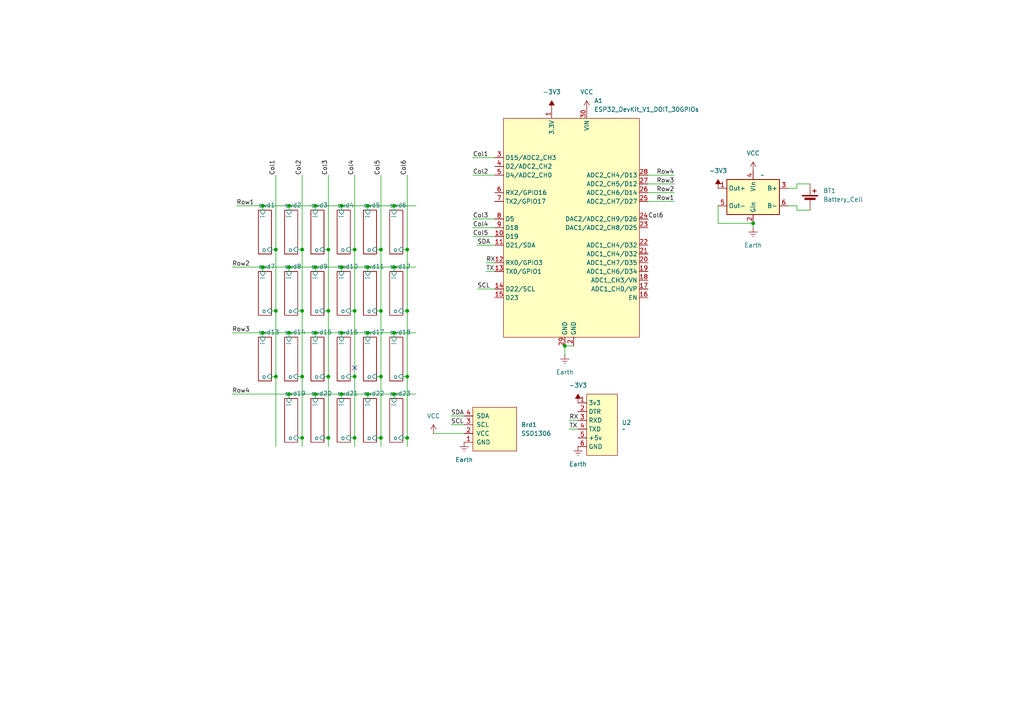
<source format=kicad_sch>
(kicad_sch (version 20250114) (generator "eeschema") (generator_version "9.0")
  (paper "A4")
  (lib_symbols
    (symbol "Device:Battery_Cell" (pin_numbers (hide yes)) (pin_names (offset 0) (hide yes))
      (property "Reference" "BT" (at 2.54 2.54 0))
      (property "Value" "Battery_Cell" (at 2.54 0 0))
      (symbol "Battery_Cell_0_1"
        (rectangle (start -2.286 1.778) (end 2.286 1.524) (fill (type outline)))
        (rectangle (start -1.524 1.016) (end 1.524 0.508) (fill (type outline)))
        (polyline (pts (xy 0 1.778) (xy 0 2.54)))
        (polyline (pts (xy 0 0.762) (xy 0 0)))
        (polyline (pts (xy 0.762 3.048) (xy 1.778 3.048)) (stroke (width 0.254)))
        (polyline (pts (xy 1.27 3.556) (xy 1.27 2.54)) (stroke (width 0.254)))
      )
      (symbol "Battery_Cell_1_1"
        (pin passive line (at 0 5.08 270) (length 2.54) (name "+") (number "1"))
        (pin passive line (at 0 -2.54 90) (length 2.54) (name "-") (number "2"))
      )
    )
    (symbol "Librarie:SSD1306" (pin_names (offset 1.016))
      (property "Reference" "Brd" (at 0 -3.81 0))
      (property "Value" "SSD1306" (at 0 -1.27 0))
      (symbol "SSD1306_0_1"
        (rectangle (start -6.35 6.35) (end 6.35 -6.35) (fill (type background)))
      )
      (symbol "SSD1306_1_1"
        (pin input line (at -3.81 8.89 270) (length 2.54) (name "GND") (number "1"))
        (pin input line (at -1.27 8.89 270) (length 2.54) (name "VCC") (number "2"))
        (pin input line (at 1.27 8.89 270) (length 2.54) (name "SCL") (number "3"))
        (pin input line (at 3.81 8.89 270) (length 2.54) (name "SDA") (number "4"))
      )
    )
    (symbol "Library:CH340C_usb_module"
      (property "Reference" "U" (at 6.35 -1.524 0))
      (symbol "CH340C_usb_module_1_1"
        (rectangle (start -1.27 7.62) (end 7.62 -10.16) (fill (type color) (color 255 255 194 1)))
        (pin input line (at -3.81 5.08 0) (length 2.54) (name "3v3") (number "1"))
        (pin input line (at -3.81 2.54 0) (length 2.54) (name "DTR") (number "2"))
        (pin input line (at -3.81 0 0) (length 2.54) (name "RXD") (number "3"))
        (pin input line (at -3.81 -2.54 0) (length 2.54) (name "TXD") (number "4"))
        (pin input line (at -3.81 -5.08 0) (length 2.54) (name "+5v") (number "5"))
        (pin input line (at -3.81 -7.62 0) (length 2.54) (name "GND") (number "6"))
      )
    )
    (symbol "Library:TP4056_usb_module"
      (symbol "TP4056_usb_module_0_1"
        (rectangle (start -5.08 3.81) (end 10.16 -6.35) (stroke (width 0.254)) (fill (type background)))
      )
      (symbol "TP4056_usb_module_1_1"
        (pin output line (at -7.62 1.27 0) (length 2.54) (name "Out+") (number "1"))
        (pin output line (at -7.62 -3.81 0) (length 2.54) (name "Out-") (number "5"))
        (pin power_in line (at 2.54 6.35 270) (length 2.54) (name "Vin") (number "4"))
        (pin power_in line (at 2.54 -8.89 90) (length 2.54) (name "Gin") (number "2"))
        (pin input line (at 12.7 1.27 180) (length 2.54) (name "B+") (number "3"))
        (pin input line (at 12.7 -3.81 180) (length 2.54) (name "B-") (number "6"))
      )
    )
    (symbol "PCM_SL_Development_Board:ESP32_DevKit_V1_DOIT_30GPIOs"
      (property "Reference" "A" (at -11.43 34.29 0))
      (property "Value" "ESP32_DevKit_V1_DOIT_30GPIOs" (at 2.54 -22.86 0))
      (symbol "ESP32_DevKit_V1_DOIT_30GPIOs_0_1"
        (rectangle (start -19.05 33.02) (end 20.32 -30.48) (fill (type background)))
      )
      (symbol "ESP32_DevKit_V1_DOIT_30GPIOs_1_1"
        (pin bidirectional line (at -21.59 21.59 0) (length 2.54) (name "D15/ADC2_CH3") (number "3"))
        (pin bidirectional line (at -21.59 19.05 0) (length 2.54) (name "D2/ADC2_CH2") (number "4"))
        (pin bidirectional line (at -21.59 16.51 0) (length 2.54) (name "D4/ADC2_CH0") (number "5"))
        (pin bidirectional line (at -21.59 11.43 0) (length 2.54) (name "RX2/GPIO16") (number "6"))
        (pin bidirectional line (at -21.59 8.89 0) (length 2.54) (name "TX2/GPIO17") (number "7"))
        (pin bidirectional line (at -21.59 3.81 0) (length 2.54) (name "D5") (number "8"))
        (pin bidirectional line (at -21.59 1.27 0) (length 2.54) (name "D18") (number "9"))
        (pin bidirectional line (at -21.59 -1.27 0) (length 2.54) (name "D19") (number "10"))
        (pin bidirectional line (at -21.59 -3.81 0) (length 2.54) (name "D21/SDA") (number "11"))
        (pin bidirectional line (at -21.59 -8.89 0) (length 2.54) (name "RX0/GPIO3") (number "12"))
        (pin bidirectional line (at -21.59 -11.43 0) (length 2.54) (name "TX0/GPIO1") (number "13"))
        (pin bidirectional line (at -21.59 -16.51 0) (length 2.54) (name "D22/SCL") (number "14"))
        (pin bidirectional line (at -21.59 -19.05 0) (length 2.54) (name "D23") (number "15"))
        (pin power_in line (at -5.08 35.56 270) (length 2.54) (name "3.3V") (number "1"))
        (pin power_in line (at -1.27 -33.02 90) (length 2.54) (name "GND") (number "29"))
        (pin power_in line (at 1.27 -33.02 90) (length 2.54) (name "GND") (number "2"))
        (pin power_in line (at 5.08 35.56 270) (length 2.54) (name "VIN") (number "30"))
        (pin bidirectional line (at 22.86 16.51 180) (length 2.54) (name "ADC2_CH4/D13") (number "28"))
        (pin bidirectional line (at 22.86 13.97 180) (length 2.54) (name "ADC2_CH5/D12") (number "27"))
        (pin bidirectional line (at 22.86 11.43 180) (length 2.54) (name "ADC2_CH6/D14") (number "26"))
        (pin bidirectional line (at 22.86 8.89 180) (length 2.54) (name "ADC2_CH7/D27") (number "25"))
        (pin bidirectional line (at 22.86 3.81 180) (length 2.54) (name "DAC2/ADC2_CH9/D26") (number "24"))
        (pin bidirectional line (at 22.86 1.27 180) (length 2.54) (name "DAC1/ADC2_CH8/D25") (number "23"))
        (pin bidirectional line (at 22.86 -3.81 180) (length 2.54) (name "ADC1_CH4/D32") (number "22"))
        (pin bidirectional line (at 22.86 -6.35 180) (length 2.54) (name "ADC1_CH4/D32") (number "21"))
        (pin bidirectional line (at 22.86 -8.89 180) (length 2.54) (name "ADC1_CH7/D35") (number "20"))
        (pin bidirectional line (at 22.86 -11.43 180) (length 2.54) (name "ADC1_CH6/D34") (number "19"))
        (pin bidirectional line (at 22.86 -13.97 180) (length 2.54) (name "ADC1_CH3/VN") (number "18"))
        (pin bidirectional line (at 22.86 -16.51 180) (length 2.54) (name "ADC1_CH0/VP") (number "17"))
        (pin bidirectional line (at 22.86 -19.05 180) (length 2.54) (name "EN") (number "16"))
      )
    )
    (symbol "power:-3V3" (power) (pin_numbers (hide yes)) (pin_names (offset 0) (hide yes))
      (property "Value" "-3V3" (at 0 3.556 0))
      (symbol "-3V3_0_0"
        (pin power_in line (at 0 0 90) (length 0) (name "~") (number "1"))
      )
      (symbol "-3V3_0_1"
        (polyline (pts (xy 0 0) (xy 0 1.27) (xy 0.762 1.27) (xy 0 2.54) (xy -0.762 1.27) (xy 0 1.27)) (fill (type outline)))
      )
    )
    (symbol "power:Earth" (power) (pin_numbers (hide yes)) (pin_names (offset 0) (hide yes))
      (property "Value" "Earth" (at 0 -3.81 0))
      (symbol "Earth_0_1"
        (polyline (pts (xy -0.635 -1.905) (xy 0.635 -1.905)))
        (polyline (pts (xy -0.127 -2.54) (xy 0.127 -2.54)))
        (polyline (pts (xy 0 -1.27) (xy 0 0)))
        (polyline (pts (xy 1.27 -1.27) (xy -1.27 -1.27)))
      )
      (symbol "Earth_1_1"
        (pin power_in line (at 0 0 270) (length 0) (name "~") (number "1"))
      )
    )
    (symbol "power:VCC" (power) (pin_numbers (hide yes)) (pin_names (offset 0) (hide yes))
      (property "Value" "VCC" (at 0 3.556 0))
      (symbol "VCC_0_1"
        (polyline (pts (xy -0.762 1.27) (xy 0 2.54)))
        (polyline (pts (xy 0 2.54) (xy 0.762 1.27)))
        (polyline (pts (xy 0 0) (xy 0 2.54)))
      )
      (symbol "VCC_1_1"
        (pin power_in line (at 0 0 90) (length 0) (name "~") (number "1"))
      )
    )
  )
  (junction (at 102.87 127))
  (junction (at 110.49 127))
  (junction (at 95.25 127))
  (junction (at 114.3 114.3))
  (junction (at 87.63 90.17))
  (junction (at 87.63 127))
  (junction (at 118.11 127))
  (junction (at 83.82 114.3))
  (junction (at 106.68 96.52))
  (junction (at 76.2 96.52))
  (junction (at 114.3 77.47))
  (junction (at 99.06 114.3))
  (junction (at 106.68 59.69))
  (junction (at 91.44 59.69))
  (junction (at 99.06 59.69))
  (junction (at 95.25 72.39))
  (junction (at 102.87 72.39))
  (junction (at 99.06 77.47))
  (junction (at 83.82 96.52))
  (junction (at 76.2 77.47))
  (junction (at 80.01 72.39))
  (junction (at 95.25 109.22))
  (junction (at 114.3 96.52))
  (junction (at 106.68 77.47))
  (junction (at 118.11 72.39))
  (junction (at 91.44 77.47))
  (junction (at 110.49 72.39))
  (junction (at 83.82 77.47))
  (junction (at 83.82 59.69))
  (junction (at 118.11 109.22))
  (junction (at 80.01 109.22))
  (junction (at 102.87 109.22))
  (junction (at 95.25 90.17))
  (junction (at 114.3 59.69))
  (junction (at 87.63 109.22))
  (junction (at 110.49 90.17))
  (junction (at 163.83 100.33))
  (junction (at 91.44 114.3))
  (junction (at 218.44 64.77))
  (junction (at 118.11 90.17))
  (junction (at 106.68 114.3))
  (junction (at 102.87 90.17))
  (junction (at 80.01 90.17))
  (junction (at 87.63 72.39))
  (junction (at 91.44 96.52))
  (junction (at 99.06 96.52))
  (junction (at 76.2 59.69))
  (junction (at 110.49 109.22))
  (no_connect (at 102.87 106.68))
  (wire (pts (xy 109.22 127) (xy 110.49 127)))
  (wire (pts (xy 138.43 83.82) (xy 143.51 83.82)))
  (wire (pts (xy 114.3 77.47) (xy 120.65 77.47)))
  (wire (pts (xy 137.16 45.72) (xy 143.51 45.72)))
  (wire (pts (xy 83.82 114.3) (xy 83.82 115.57)))
  (wire (pts (xy 116.84 127) (xy 118.11 127)))
  (wire (pts (xy 118.11 72.39) (xy 118.11 90.17)))
  (wire (pts (xy 109.22 109.22) (xy 110.49 109.22)))
  (wire (pts (xy 114.3 59.69) (xy 120.65 59.69)))
  (wire (pts (xy 110.49 109.22) (xy 110.49 127)))
  (wire (pts (xy 165.1 121.92) (xy 167.64 121.92)))
  (wire (pts (xy 231.14 53.34) (xy 234.95 53.34)))
  (wire (pts (xy 130.81 120.65) (xy 134.62 120.65)))
  (wire (pts (xy 102.87 127) (xy 102.87 129.54)))
  (wire (pts (xy 101.6 72.39) (xy 102.87 72.39)))
  (wire (pts (xy 80.01 50.8) (xy 80.01 72.39)))
  (wire (pts (xy 87.63 50.8) (xy 87.63 72.39)))
  (wire (pts (xy 91.44 59.69) (xy 99.06 59.69)))
  (wire (pts (xy 67.31 114.3) (xy 83.82 114.3)))
  (wire (pts (xy 68.58 59.69) (xy 76.2 59.69)))
  (wire (pts (xy 116.84 109.22) (xy 118.11 109.22)))
  (wire (pts (xy 109.22 90.17) (xy 110.49 90.17)))
  (wire (pts (xy 218.44 66.04) (xy 218.44 64.77)))
  (wire (pts (xy 140.97 76.2) (xy 143.51 76.2)))
  (wire (pts (xy 114.3 77.47) (xy 114.3 78.74)))
  (wire (pts (xy 99.06 114.3) (xy 99.06 115.57)))
  (wire (pts (xy 80.01 90.17) (xy 80.01 109.22)))
  (wire (pts (xy 91.44 59.69) (xy 91.44 60.96)))
  (wire (pts (xy 93.98 72.39) (xy 95.25 72.39)))
  (wire (pts (xy 137.16 50.8) (xy 143.51 50.8)))
  (wire (pts (xy 138.43 71.12) (xy 143.51 71.12)))
  (wire (pts (xy 102.87 90.17) (xy 102.87 109.22)))
  (wire (pts (xy 114.3 96.52) (xy 114.3 97.79)))
  (wire (pts (xy 231.14 53.34) (xy 231.14 54.61)))
  (wire (pts (xy 106.68 59.69) (xy 114.3 59.69)))
  (wire (pts (xy 91.44 114.3) (xy 91.44 115.57)))
  (wire (pts (xy 91.44 114.3) (xy 99.06 114.3)))
  (wire (pts (xy 106.68 114.3) (xy 114.3 114.3)))
  (wire (pts (xy 83.82 59.69) (xy 91.44 59.69)))
  (wire (pts (xy 99.06 77.47) (xy 106.68 77.47)))
  (wire (pts (xy 116.84 90.17) (xy 118.11 90.17)))
  (wire (pts (xy 86.36 109.22) (xy 87.63 109.22)))
  (wire (pts (xy 83.82 114.3) (xy 91.44 114.3)))
  (wire (pts (xy 102.87 50.8) (xy 102.87 72.39)))
  (wire (pts (xy 208.28 64.77) (xy 218.44 64.77)))
  (wire (pts (xy 137.16 68.58) (xy 143.51 68.58)))
  (wire (pts (xy 95.25 50.8) (xy 95.25 72.39)))
  (wire (pts (xy 99.06 114.3) (xy 106.68 114.3)))
  (wire (pts (xy 114.3 114.3) (xy 114.3 115.57)))
  (wire (pts (xy 110.49 127) (xy 110.49 129.54)))
  (wire (pts (xy 76.2 59.69) (xy 83.82 59.69)))
  (wire (pts (xy 87.63 90.17) (xy 87.63 109.22)))
  (wire (pts (xy 109.22 72.39) (xy 110.49 72.39)))
  (wire (pts (xy 86.36 127) (xy 87.63 127)))
  (wire (pts (xy 125.73 125.73) (xy 134.62 125.73)))
  (wire (pts (xy 130.81 123.19) (xy 134.62 123.19)))
  (wire (pts (xy 187.96 50.8) (xy 195.58 50.8)))
  (wire (pts (xy 95.25 72.39) (xy 95.25 90.17)))
  (wire (pts (xy 208.28 59.69) (xy 208.28 64.77)))
  (wire (pts (xy 80.01 109.22) (xy 80.01 129.54)))
  (wire (pts (xy 76.2 77.47) (xy 83.82 77.47)))
  (wire (pts (xy 118.11 90.17) (xy 118.11 109.22)))
  (wire (pts (xy 101.6 127) (xy 102.87 127)))
  (wire (pts (xy 78.74 90.17) (xy 80.01 90.17)))
  (wire (pts (xy 80.01 72.39) (xy 80.01 90.17)))
  (wire (pts (xy 106.68 77.47) (xy 114.3 77.47)))
  (wire (pts (xy 91.44 96.52) (xy 99.06 96.52)))
  (wire (pts (xy 163.83 100.33) (xy 166.37 100.33)))
  (wire (pts (xy 76.2 96.52) (xy 76.2 97.79)))
  (wire (pts (xy 95.25 109.22) (xy 95.25 127)))
  (wire (pts (xy 93.98 109.22) (xy 95.25 109.22)))
  (wire (pts (xy 101.6 90.17) (xy 102.87 90.17)))
  (wire (pts (xy 163.83 102.87) (xy 163.83 100.33)))
  (wire (pts (xy 91.44 77.47) (xy 91.44 78.74)))
  (wire (pts (xy 231.14 60.96) (xy 231.14 59.69)))
  (wire (pts (xy 114.3 114.3) (xy 120.65 114.3)))
  (wire (pts (xy 76.2 96.52) (xy 83.82 96.52)))
  (wire (pts (xy 110.49 90.17) (xy 110.49 109.22)))
  (wire (pts (xy 67.31 77.47) (xy 76.2 77.47)))
  (wire (pts (xy 83.82 96.52) (xy 91.44 96.52)))
  (wire (pts (xy 99.06 77.47) (xy 99.06 78.74)))
  (wire (pts (xy 99.06 59.69) (xy 99.06 60.96)))
  (wire (pts (xy 102.87 109.22) (xy 102.87 127)))
  (wire (pts (xy 137.16 66.04) (xy 143.51 66.04)))
  (wire (pts (xy 106.68 59.69) (xy 106.68 60.96)))
  (wire (pts (xy 110.49 50.8) (xy 110.49 72.39)))
  (wire (pts (xy 101.6 109.22) (xy 102.87 109.22)))
  (wire (pts (xy 110.49 72.39) (xy 110.49 90.17)))
  (wire (pts (xy 187.96 55.88) (xy 195.58 55.88)))
  (wire (pts (xy 137.16 63.5) (xy 143.51 63.5)))
  (wire (pts (xy 140.97 78.74) (xy 143.51 78.74)))
  (wire (pts (xy 83.82 77.47) (xy 91.44 77.47)))
  (wire (pts (xy 114.3 96.52) (xy 120.65 96.52)))
  (wire (pts (xy 76.2 77.47) (xy 76.2 78.74)))
  (wire (pts (xy 78.74 72.39) (xy 80.01 72.39)))
  (wire (pts (xy 228.6 54.61) (xy 231.14 54.61)))
  (wire (pts (xy 67.31 96.52) (xy 76.2 96.52)))
  (wire (pts (xy 102.87 72.39) (xy 102.87 90.17)))
  (wire (pts (xy 83.82 77.47) (xy 83.82 78.74)))
  (wire (pts (xy 99.06 96.52) (xy 106.68 96.52)))
  (wire (pts (xy 86.36 90.17) (xy 87.63 90.17)))
  (wire (pts (xy 118.11 109.22) (xy 118.11 127)))
  (wire (pts (xy 114.3 59.69) (xy 114.3 60.96)))
  (wire (pts (xy 93.98 127) (xy 95.25 127)))
  (wire (pts (xy 99.06 96.52) (xy 99.06 97.79)))
  (wire (pts (xy 187.96 58.42) (xy 195.58 58.42)))
  (wire (pts (xy 86.36 72.39) (xy 87.63 72.39)))
  (wire (pts (xy 106.68 96.52) (xy 114.3 96.52)))
  (wire (pts (xy 231.14 60.96) (xy 234.95 60.96)))
  (wire (pts (xy 116.84 72.39) (xy 118.11 72.39)))
  (wire (pts (xy 76.2 59.69) (xy 76.2 60.96)))
  (wire (pts (xy 118.11 50.8) (xy 118.11 72.39)))
  (wire (pts (xy 93.98 90.17) (xy 95.25 90.17)))
  (wire (pts (xy 87.63 72.39) (xy 87.63 90.17)))
  (wire (pts (xy 87.63 109.22) (xy 87.63 127)))
  (wire (pts (xy 83.82 59.69) (xy 83.82 60.96)))
  (wire (pts (xy 87.63 127) (xy 87.63 129.54)))
  (wire (pts (xy 83.82 96.52) (xy 83.82 97.79)))
  (wire (pts (xy 78.74 109.22) (xy 80.01 109.22)))
  (wire (pts (xy 187.96 53.34) (xy 195.58 53.34)))
  (wire (pts (xy 95.25 90.17) (xy 95.25 109.22)))
  (wire (pts (xy 99.06 59.69) (xy 106.68 59.69)))
  (wire (pts (xy 165.1 124.46) (xy 167.64 124.46)))
  (wire (pts (xy 95.25 127) (xy 95.25 129.54)))
  (wire (pts (xy 91.44 77.47) (xy 99.06 77.47)))
  (wire (pts (xy 106.68 96.52) (xy 106.68 97.79)))
  (wire (pts (xy 106.68 77.47) (xy 106.68 78.74)))
  (wire (pts (xy 228.6 59.69) (xy 231.14 59.69)))
  (wire (pts (xy 118.11 127) (xy 118.11 129.54)))
  (wire (pts (xy 106.68 114.3) (xy 106.68 115.57)))
  (wire (pts (xy 91.44 96.52) (xy 91.44 97.79)))
  (label "RX" (at 165.1 121.92 0))
  (label "SDA" (at 130.81 120.65 0))
  (label "Col2" (at 87.63 50.8 90))
  (label "Col2" (at 137.16 50.8 0))
  (label "Row1" (at 68.58 59.69 0))
  (label "TX" (at 140.97 78.74 0))
  (label "Col6" (at 118.11 50.8 90))
  (label "Col1" (at 137.16 45.72 0))
  (label "Row3" (at 195.58 53.34 180))
  (label "Col4" (at 102.87 50.8 90))
  (label "Row1" (at 195.58 58.42 180))
  (label "SCL" (at 130.81 123.19 0))
  (label "SDA" (at 138.43 71.12 0))
  (label "TX" (at 165.1 124.46 0))
  (label "Col4" (at 137.16 66.04 0))
  (label "Col5" (at 137.16 68.58 0))
  (label "Row2" (at 67.31 77.47 0))
  (label "Row4" (at 195.58 50.8 180))
  (label "Row2" (at 195.58 55.88 180))
  (label "SCL" (at 138.43 83.82 0))
  (label "Col6" (at 187.96 63.5 0))
  (label "Col3" (at 137.16 63.5 0))
  (label "Row4" (at 67.31 114.3 0))
  (label "Col3" (at 95.25 50.8 90))
  (label "Row3" (at 67.31 96.52 0))
  (label "Col5" (at 110.49 50.8 90))
  (label "RX" (at 140.97 76.2 0))
  (label "Col1" (at 80.01 50.8 90))
  (symbol (lib_id "PCM_SL_Development_Board:ESP32_DevKit_V1_DOIT_30GPIOs") (at 165.1 67.31 0) (unit 1)
    (property "Reference" "A1" (at 172.3233 29.21 0) (effects (justify left)))
    (property "Value" "ESP32_DevKit_V1_DOIT_30GPIOs" (at 172.3233 31.75 0) (effects (justify left)))
    (property "Footprint" "PCM_SL_Development_Boards:DOIT_ESP32_DEVKIT_30Pins" (effects (hide yes)))
    (property "Description" "Microcontroller module with ESP32 MCU, WiFi and Bluetooth" (effects (hide yes)))
  )
  (symbol (lib_id "Librarie:SSD1306") (at 143.51 124.46 90) (unit 1)
    (property "Reference" "Brd1" (at 151.13 123.1899 90) (effects (justify right)))
    (property "Value" "SSD1306" (at 151.13 125.7299 90) (effects (justify right)))
    (property "Footprint" "Library:SSD1306" (effects (hide yes)))
    (property "Description" "SSD1306 OLED" (effects (hide yes)))
  )
  (symbol (lib_id "Library:TP4056_usb_module") (at 215.9 55.88 0) (unit 1)
    (property "Reference" "U1" (effects (hide yes)))
    (property "Value" "~" (at 220.5833 50.8 0) (effects (justify left)))
    (property "Footprint" "Library:HAYATEC TP4056 LIPO CHARGING MODULE" (effects (hide yes)))
  )
  (symbol (lib_id "Library:CH340C_usb_module") (at 171.45 121.92 0) (unit 1)
    (property "Reference" "U2" (at 180.34 122.5549 0) (effects (justify left)))
    (property "Value" "~" (at 180.34 124.46 0) (effects (justify left)))
    (property "Footprint" "Library:CH340C_pins" (effects (hide yes)))
  )
  (symbol (lib_id "power:Earth") (at 218.44 66.04 0) (unit 1)
    (property "Reference" "#PWR01" (effects (hide yes)))
    (property "Value" "Earth" (at 218.44 71.12 0))
    (property "Description" "Power symbol creates a global label with name \"Earth\"" (effects (hide yes)))
  )
  (symbol (lib_id "power:-3V3") (at 160.02 31.75 0) (unit 1)
    (property "Reference" "#PWR06" (effects (hide yes)))
    (property "Value" "-3V3" (at 160.02 26.67 0))
    (property "Description" "Power symbol creates a global label with name \"-3V3\"" (effects (hide yes)))
  )
  (symbol (lib_id "power:VCC") (at 218.44 49.53 0) (unit 1)
    (property "Reference" "#PWR03" (effects (hide yes)))
    (property "Value" "VCC" (at 218.44 44.45 0))
    (property "Description" "Power symbol creates a global label with name \"VCC\"" (effects (hide yes)))
  )
  (symbol (lib_id "power:VCC") (at 125.73 125.73 0) (unit 1)
    (property "Reference" "#PWR04" (effects (hide yes)))
    (property "Value" "VCC" (at 125.73 120.65 0))
    (property "Description" "Power symbol creates a global label with name \"VCC\"" (effects (hide yes)))
  )
  (symbol (lib_id "Device:Battery_Cell") (at 234.95 58.42 0) (unit 1)
    (property "Reference" "BT1" (at 238.76 55.3084 0) (effects (justify left)))
    (property "Value" "Battery_Cell" (at 238.76 57.8484 0) (effects (justify left)))
    (property "Description" "Single-cell battery" (effects (hide yes)))
  )
  (symbol (lib_id "power:Earth") (at 134.62 128.27 0) (unit 1)
    (property "Reference" "#PWR02" (effects (hide yes)))
    (property "Value" "Earth" (at 134.62 133.35 0))
    (property "Description" "Power symbol creates a global label with name \"Earth\"" (effects (hide yes)))
  )
  (symbol (lib_id "power:-3V3") (at 208.28 54.61 0) (unit 1)
    (property "Reference" "#PWR08" (effects (hide yes)))
    (property "Value" "-3V3" (at 208.28 49.53 0))
    (property "Description" "Power symbol creates a global label with name \"-3V3\"" (effects (hide yes)))
  )
  (symbol (lib_id "power:VCC") (at 170.18 31.75 0) (unit 1)
    (property "Reference" "#PWR07" (effects (hide yes)))
    (property "Value" "VCC" (at 170.18 26.67 0))
    (property "Description" "Power symbol creates a global label with name \"VCC\"" (effects (hide yes)))
  )
  (symbol (lib_id "power:-3V3") (at 167.64 116.84 0) (unit 1)
    (property "Reference" "#PWR09" (effects (hide yes)))
    (property "Value" "-3V3" (at 167.64 111.76 0))
    (property "Description" "Power symbol creates a global label with name \"-3V3\"" (effects (hide yes)))
  )
  (symbol (lib_id "power:Earth") (at 167.64 129.54 0) (unit 1)
    (property "Reference" "#PWR010" (effects (hide yes)))
    (property "Value" "Earth" (at 167.64 134.62 0))
    (property "Description" "Power symbol creates a global label with name \"Earth\"" (effects (hide yes)))
  )
  (symbol (lib_id "power:Earth") (at 163.83 102.87 0) (unit 1)
    (property "Reference" "#PWR05" (effects (hide yes)))
    (property "Value" "Earth" (at 163.83 107.95 0))
    (property "Description" "Power symbol creates a global label with name \"Earth\"" (effects (hide yes)))
  )
  (sheet (at 82.55 115.57) (size 3.81 12.7) (stroke (width 0.1524))
    (property "Sheetname" "swd19" (at 82.55 114.8584 0) (effects (justify left bottom)))
    (property "Sheetfile" "swd.kicad_sch" (effects (hide yes)))
    (pin "i" input (at 83.82 115.57 90))
    (pin "o" input (at 86.36 127 0))
  )
  (sheet (at 74.93 78.74) (size 3.81 12.7) (stroke (width 0.1524))
    (property "Sheetname" "swd7" (at 74.93 78.0284 0) (effects (justify left bottom)))
    (property "Sheetfile" "swd.kicad_sch" (effects (hide yes)))
    (pin "i" input (at 76.2 78.74 90))
    (pin "o" input (at 78.74 90.17 0))
  )
  (sheet (at 113.03 60.96) (size 3.81 12.7) (stroke (width 0.1524))
    (property "Sheetname" "swd6" (at 113.03 60.2484 0) (effects (justify left bottom)))
    (property "Sheetfile" "swd.kicad_sch" (effects (hide yes)))
    (pin "i" input (at 114.3 60.96 90))
    (pin "o" input (at 116.84 72.39 0))
  )
  (sheet (at 105.41 115.57) (size 3.81 12.7) (stroke (width 0.1524))
    (property "Sheetname" "swd22" (at 105.41 114.8584 0) (effects (justify left bottom)))
    (property "Sheetfile" "swd.kicad_sch" (effects (hide yes)))
    (pin "i" input (at 106.68 115.57 90))
    (pin "o" input (at 109.22 127 0))
  )
  (sheet (at 74.93 60.96) (size 3.81 12.7) (stroke (width 0.1524))
    (property "Sheetname" "swd1" (at 74.93 60.2484 0) (effects (justify left bottom)))
    (property "Sheetfile" "swd.kicad_sch" (effects (hide yes)))
    (pin "i" input (at 76.2 60.96 90))
    (pin "o" input (at 78.74 72.39 0))
  )
  (sheet (at 97.79 60.96) (size 3.81 12.7) (stroke (width 0.1524))
    (property "Sheetname" "swd4" (at 97.79 60.2484 0) (effects (justify left bottom)))
    (property "Sheetfile" "swd.kicad_sch" (effects (hide yes)))
    (pin "i" input (at 99.06 60.96 90))
    (pin "o" input (at 101.6 72.39 0))
  )
  (sheet (at 90.17 60.96) (size 3.81 12.7) (stroke (width 0.1524))
    (property "Sheetname" "swd3" (at 90.17 60.2484 0) (effects (justify left bottom)))
    (property "Sheetfile" "swd.kicad_sch" (effects (hide yes)))
    (pin "i" input (at 91.44 60.96 90))
    (pin "o" input (at 93.98 72.39 0))
  )
  (sheet (at 105.41 97.79) (size 3.81 12.7) (stroke (width 0.1524))
    (property "Sheetname" "swd17" (at 105.41 97.0784 0) (effects (justify left bottom)))
    (property "Sheetfile" "swd.kicad_sch" (effects (hide yes)))
    (pin "i" input (at 106.68 97.79 90))
    (pin "o" input (at 109.22 109.22 0))
  )
  (sheet (at 113.03 115.57) (size 3.81 12.7) (stroke (width 0.1524))
    (property "Sheetname" "swd23" (at 113.03 114.8584 0) (effects (justify left bottom)))
    (property "Sheetfile" "swd.kicad_sch" (effects (hide yes)))
    (pin "i" input (at 114.3 115.57 90))
    (pin "o" input (at 116.84 127 0))
  )
  (sheet (at 97.79 115.57) (size 3.81 12.7) (stroke (width 0.1524))
    (property "Sheetname" "swd21" (at 97.79 114.8584 0) (effects (justify left bottom)))
    (property "Sheetfile" "swd.kicad_sch" (effects (hide yes)))
    (pin "i" input (at 99.06 115.57 90))
    (pin "o" input (at 101.6 127 0))
  )
  (sheet (at 90.17 97.79) (size 3.81 12.7) (stroke (width 0.1524))
    (property "Sheetname" "swd15" (at 90.17 97.0784 0) (effects (justify left bottom)))
    (property "Sheetfile" "swd.kicad_sch" (effects (hide yes)))
    (pin "i" input (at 91.44 97.79 90))
    (pin "o" input (at 93.98 109.22 0))
  )
  (sheet (at 113.03 78.74) (size 3.81 12.7) (stroke (width 0.1524))
    (property "Sheetname" "swd12" (at 113.03 78.0284 0) (effects (justify left bottom)))
    (property "Sheetfile" "swd.kicad_sch" (effects (hide yes)))
    (pin "i" input (at 114.3 78.74 90))
    (pin "o" input (at 116.84 90.17 0))
  )
  (sheet (at 74.93 97.79) (size 3.81 12.7) (stroke (width 0.1524))
    (property "Sheetname" "swd13" (at 74.93 97.0784 0) (effects (justify left bottom)))
    (property "Sheetfile" "swd.kicad_sch" (effects (hide yes)))
    (pin "i" input (at 76.2 97.79 90))
    (pin "o" input (at 78.74 109.22 0))
  )
  (sheet (at 82.55 97.79) (size 3.81 12.7) (stroke (width 0.1524))
    (property "Sheetname" "swd14" (at 82.55 97.0784 0) (effects (justify left bottom)))
    (property "Sheetfile" "swd.kicad_sch" (effects (hide yes)))
    (pin "i" input (at 83.82 97.79 90))
    (pin "o" input (at 86.36 109.22 0))
  )
  (sheet (at 105.41 78.74) (size 3.81 12.7) (stroke (width 0.1524))
    (property "Sheetname" "swd11" (at 105.41 78.0284 0) (effects (justify left bottom)))
    (property "Sheetfile" "swd.kicad_sch" (effects (hide yes)))
    (pin "i" input (at 106.68 78.74 90))
    (pin "o" input (at 109.22 90.17 0))
  )
  (sheet (at 105.41 60.96) (size 3.81 12.7) (stroke (width 0.1524))
    (property "Sheetname" "swd5" (at 105.41 60.2484 0) (effects (justify left bottom)))
    (property "Sheetfile" "swd.kicad_sch" (effects (hide yes)))
    (pin "i" input (at 106.68 60.96 90))
    (pin "o" input (at 109.22 72.39 0))
  )
  (sheet (at 90.17 115.57) (size 3.81 12.7) (stroke (width 0.1524))
    (property "Sheetname" "swd20" (at 90.17 114.8584 0) (effects (justify left bottom)))
    (property "Sheetfile" "swd.kicad_sch" (effects (hide yes)))
    (pin "i" input (at 91.44 115.57 90))
    (pin "o" input (at 93.98 127 0))
  )
  (sheet (at 97.79 78.74) (size 3.81 12.7) (stroke (width 0.1524))
    (property "Sheetname" "swd10" (at 97.79 78.0284 0) (effects (justify left bottom)))
    (property "Sheetfile" "swd.kicad_sch" (effects (hide yes)))
    (pin "i" input (at 99.06 78.74 90))
    (pin "o" input (at 101.6 90.17 0))
  )
  (sheet (at 82.55 78.74) (size 3.81 12.7) (stroke (width 0.1524))
    (property "Sheetname" "swd8" (at 82.55 78.0284 0) (effects (justify left bottom)))
    (property "Sheetfile" "swd.kicad_sch" (effects (hide yes)))
    (pin "i" input (at 83.82 78.74 90))
    (pin "o" input (at 86.36 90.17 0))
  )
  (sheet (at 113.03 97.79) (size 3.81 12.7) (stroke (width 0.1524))
    (property "Sheetname" "swd18" (at 113.03 97.0784 0) (effects (justify left bottom)))
    (property "Sheetfile" "swd.kicad_sch" (effects (hide yes)))
    (pin "i" input (at 114.3 97.79 90))
    (pin "o" input (at 116.84 109.22 0))
  )
  (sheet (at 97.79 97.79) (size 3.81 12.7) (stroke (width 0.1524))
    (property "Sheetname" "swd16" (at 97.79 97.0784 0) (effects (justify left bottom)))
    (property "Sheetfile" "swd.kicad_sch" (effects (hide yes)))
    (pin "i" input (at 99.06 97.79 90))
    (pin "o" input (at 101.6 109.22 0))
  )
  (sheet (at 82.55 60.96) (size 3.81 12.7) (stroke (width 0.1524))
    (property "Sheetname" "swd2" (at 82.55 60.2484 0) (effects (justify left bottom)))
    (property "Sheetfile" "swd.kicad_sch" (effects (hide yes)))
    (pin "i" input (at 83.82 60.96 90))
    (pin "o" input (at 86.36 72.39 0))
  )
  (sheet (at 90.17 78.74) (size 3.81 12.7) (stroke (width 0.1524))
    (property "Sheetname" "swd9" (at 90.17 78.0284 0) (effects (justify left bottom)))
    (property "Sheetfile" "swd.kicad_sch" (effects (hide yes)))
    (pin "i" input (at 91.44 78.74 90))
    (pin "o" input (at 93.98 90.17 0))
  )
)
</source>
